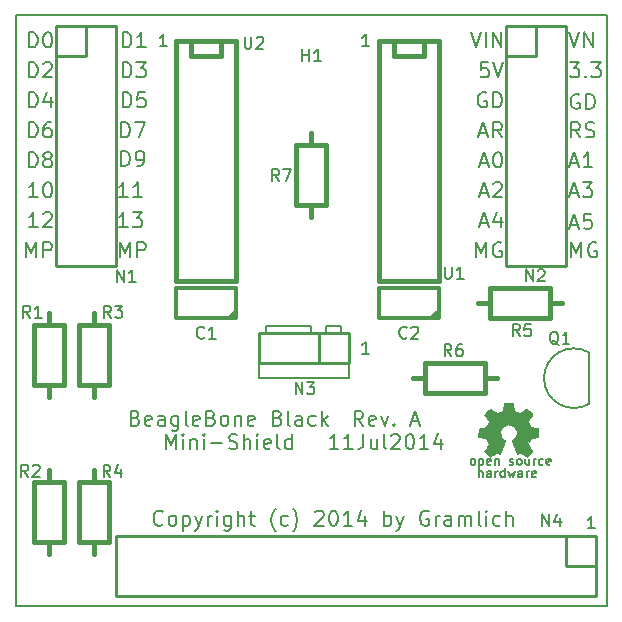
<source format=gto>
%FSLAX34Y34*%
G04 Gerber Fmt 3.4, Leading zero omitted, Abs format*
G04 (created by PCBNEW (2014-jan-25)-product) date Fri 11 Jul 2014 10:49:27 PM PDT*
%MOIN*%
G01*
G70*
G90*
G04 APERTURE LIST*
%ADD10C,0.003937*%
%ADD11C,0.008000*%
%ADD12C,0.006000*%
%ADD13C,0.012000*%
%ADD14C,0.000100*%
%ADD15C,0.010000*%
%ADD16C,0.005906*%
%ADD17C,0.015000*%
G04 APERTURE END LIST*
G54D10*
G54D11*
X35049Y-57618D02*
X35025Y-57642D01*
X34954Y-57666D01*
X34906Y-57666D01*
X34835Y-57642D01*
X34787Y-57594D01*
X34763Y-57547D01*
X34740Y-57451D01*
X34740Y-57380D01*
X34763Y-57285D01*
X34787Y-57237D01*
X34835Y-57190D01*
X34906Y-57166D01*
X34954Y-57166D01*
X35025Y-57190D01*
X35049Y-57213D01*
X35335Y-57666D02*
X35287Y-57642D01*
X35263Y-57618D01*
X35240Y-57570D01*
X35240Y-57428D01*
X35263Y-57380D01*
X35287Y-57356D01*
X35335Y-57332D01*
X35406Y-57332D01*
X35454Y-57356D01*
X35478Y-57380D01*
X35501Y-57428D01*
X35501Y-57570D01*
X35478Y-57618D01*
X35454Y-57642D01*
X35406Y-57666D01*
X35335Y-57666D01*
X35716Y-57332D02*
X35716Y-57832D01*
X35716Y-57356D02*
X35763Y-57332D01*
X35859Y-57332D01*
X35906Y-57356D01*
X35930Y-57380D01*
X35954Y-57428D01*
X35954Y-57570D01*
X35930Y-57618D01*
X35906Y-57642D01*
X35859Y-57666D01*
X35763Y-57666D01*
X35716Y-57642D01*
X36120Y-57332D02*
X36240Y-57666D01*
X36359Y-57332D02*
X36240Y-57666D01*
X36192Y-57785D01*
X36168Y-57809D01*
X36120Y-57832D01*
X36549Y-57666D02*
X36549Y-57332D01*
X36549Y-57428D02*
X36573Y-57380D01*
X36597Y-57356D01*
X36644Y-57332D01*
X36692Y-57332D01*
X36859Y-57666D02*
X36859Y-57332D01*
X36859Y-57166D02*
X36835Y-57190D01*
X36859Y-57213D01*
X36882Y-57190D01*
X36859Y-57166D01*
X36859Y-57213D01*
X37311Y-57332D02*
X37311Y-57737D01*
X37287Y-57785D01*
X37263Y-57809D01*
X37216Y-57832D01*
X37144Y-57832D01*
X37097Y-57809D01*
X37311Y-57642D02*
X37263Y-57666D01*
X37168Y-57666D01*
X37120Y-57642D01*
X37097Y-57618D01*
X37073Y-57570D01*
X37073Y-57428D01*
X37097Y-57380D01*
X37120Y-57356D01*
X37168Y-57332D01*
X37263Y-57332D01*
X37311Y-57356D01*
X37549Y-57666D02*
X37549Y-57166D01*
X37763Y-57666D02*
X37763Y-57404D01*
X37740Y-57356D01*
X37692Y-57332D01*
X37620Y-57332D01*
X37573Y-57356D01*
X37549Y-57380D01*
X37930Y-57332D02*
X38120Y-57332D01*
X38001Y-57166D02*
X38001Y-57594D01*
X38025Y-57642D01*
X38073Y-57666D01*
X38120Y-57666D01*
X38811Y-57856D02*
X38787Y-57832D01*
X38740Y-57761D01*
X38716Y-57713D01*
X38692Y-57642D01*
X38668Y-57523D01*
X38668Y-57428D01*
X38692Y-57309D01*
X38716Y-57237D01*
X38740Y-57190D01*
X38787Y-57118D01*
X38811Y-57094D01*
X39216Y-57642D02*
X39168Y-57666D01*
X39073Y-57666D01*
X39025Y-57642D01*
X39001Y-57618D01*
X38978Y-57570D01*
X38978Y-57428D01*
X39001Y-57380D01*
X39025Y-57356D01*
X39073Y-57332D01*
X39168Y-57332D01*
X39216Y-57356D01*
X39382Y-57856D02*
X39406Y-57832D01*
X39454Y-57761D01*
X39478Y-57713D01*
X39501Y-57642D01*
X39525Y-57523D01*
X39525Y-57428D01*
X39501Y-57309D01*
X39478Y-57237D01*
X39454Y-57190D01*
X39406Y-57118D01*
X39382Y-57094D01*
X40120Y-57213D02*
X40144Y-57190D01*
X40192Y-57166D01*
X40311Y-57166D01*
X40359Y-57190D01*
X40382Y-57213D01*
X40406Y-57261D01*
X40406Y-57309D01*
X40382Y-57380D01*
X40097Y-57666D01*
X40406Y-57666D01*
X40716Y-57166D02*
X40763Y-57166D01*
X40811Y-57190D01*
X40835Y-57213D01*
X40859Y-57261D01*
X40882Y-57356D01*
X40882Y-57475D01*
X40859Y-57570D01*
X40835Y-57618D01*
X40811Y-57642D01*
X40763Y-57666D01*
X40716Y-57666D01*
X40668Y-57642D01*
X40644Y-57618D01*
X40620Y-57570D01*
X40597Y-57475D01*
X40597Y-57356D01*
X40620Y-57261D01*
X40644Y-57213D01*
X40668Y-57190D01*
X40716Y-57166D01*
X41359Y-57666D02*
X41073Y-57666D01*
X41216Y-57666D02*
X41216Y-57166D01*
X41168Y-57237D01*
X41120Y-57285D01*
X41073Y-57309D01*
X41787Y-57332D02*
X41787Y-57666D01*
X41668Y-57142D02*
X41549Y-57499D01*
X41859Y-57499D01*
X42430Y-57666D02*
X42430Y-57166D01*
X42430Y-57356D02*
X42478Y-57332D01*
X42573Y-57332D01*
X42620Y-57356D01*
X42644Y-57380D01*
X42668Y-57428D01*
X42668Y-57570D01*
X42644Y-57618D01*
X42620Y-57642D01*
X42573Y-57666D01*
X42478Y-57666D01*
X42430Y-57642D01*
X42835Y-57332D02*
X42954Y-57666D01*
X43073Y-57332D02*
X42954Y-57666D01*
X42906Y-57785D01*
X42882Y-57809D01*
X42835Y-57832D01*
X43906Y-57190D02*
X43859Y-57166D01*
X43787Y-57166D01*
X43716Y-57190D01*
X43668Y-57237D01*
X43644Y-57285D01*
X43620Y-57380D01*
X43620Y-57451D01*
X43644Y-57547D01*
X43668Y-57594D01*
X43716Y-57642D01*
X43787Y-57666D01*
X43835Y-57666D01*
X43906Y-57642D01*
X43930Y-57618D01*
X43930Y-57451D01*
X43835Y-57451D01*
X44144Y-57666D02*
X44144Y-57332D01*
X44144Y-57428D02*
X44168Y-57380D01*
X44192Y-57356D01*
X44240Y-57332D01*
X44287Y-57332D01*
X44668Y-57666D02*
X44668Y-57404D01*
X44644Y-57356D01*
X44597Y-57332D01*
X44501Y-57332D01*
X44454Y-57356D01*
X44668Y-57642D02*
X44620Y-57666D01*
X44501Y-57666D01*
X44454Y-57642D01*
X44430Y-57594D01*
X44430Y-57547D01*
X44454Y-57499D01*
X44501Y-57475D01*
X44620Y-57475D01*
X44668Y-57451D01*
X44906Y-57666D02*
X44906Y-57332D01*
X44906Y-57380D02*
X44930Y-57356D01*
X44978Y-57332D01*
X45049Y-57332D01*
X45097Y-57356D01*
X45120Y-57404D01*
X45120Y-57666D01*
X45120Y-57404D02*
X45144Y-57356D01*
X45192Y-57332D01*
X45263Y-57332D01*
X45311Y-57356D01*
X45335Y-57404D01*
X45335Y-57666D01*
X45644Y-57666D02*
X45597Y-57642D01*
X45573Y-57594D01*
X45573Y-57166D01*
X45835Y-57666D02*
X45835Y-57332D01*
X45835Y-57166D02*
X45811Y-57190D01*
X45835Y-57213D01*
X45859Y-57190D01*
X45835Y-57166D01*
X45835Y-57213D01*
X46287Y-57642D02*
X46240Y-57666D01*
X46144Y-57666D01*
X46097Y-57642D01*
X46073Y-57618D01*
X46049Y-57570D01*
X46049Y-57428D01*
X46073Y-57380D01*
X46097Y-57356D01*
X46144Y-57332D01*
X46240Y-57332D01*
X46287Y-57356D01*
X46501Y-57666D02*
X46501Y-57166D01*
X46716Y-57666D02*
X46716Y-57404D01*
X46692Y-57356D01*
X46644Y-57332D01*
X46573Y-57332D01*
X46525Y-57356D01*
X46501Y-57380D01*
X41726Y-54336D02*
X41559Y-54098D01*
X41440Y-54336D02*
X41440Y-53836D01*
X41630Y-53836D01*
X41678Y-53860D01*
X41702Y-53883D01*
X41726Y-53931D01*
X41726Y-54002D01*
X41702Y-54050D01*
X41678Y-54074D01*
X41630Y-54098D01*
X41440Y-54098D01*
X42130Y-54312D02*
X42083Y-54336D01*
X41988Y-54336D01*
X41940Y-54312D01*
X41916Y-54264D01*
X41916Y-54074D01*
X41940Y-54026D01*
X41988Y-54002D01*
X42083Y-54002D01*
X42130Y-54026D01*
X42154Y-54074D01*
X42154Y-54121D01*
X41916Y-54169D01*
X42321Y-54002D02*
X42440Y-54336D01*
X42559Y-54002D01*
X42750Y-54288D02*
X42773Y-54312D01*
X42750Y-54336D01*
X42726Y-54312D01*
X42750Y-54288D01*
X42750Y-54336D01*
X43345Y-54193D02*
X43583Y-54193D01*
X43297Y-54336D02*
X43464Y-53836D01*
X43630Y-54336D01*
X40904Y-55116D02*
X40619Y-55116D01*
X40761Y-55116D02*
X40761Y-54616D01*
X40714Y-54687D01*
X40666Y-54735D01*
X40619Y-54759D01*
X41380Y-55116D02*
X41095Y-55116D01*
X41238Y-55116D02*
X41238Y-54616D01*
X41190Y-54687D01*
X41142Y-54735D01*
X41095Y-54759D01*
X41738Y-54616D02*
X41738Y-54973D01*
X41714Y-55044D01*
X41666Y-55092D01*
X41595Y-55116D01*
X41547Y-55116D01*
X42190Y-54782D02*
X42190Y-55116D01*
X41976Y-54782D02*
X41976Y-55044D01*
X42000Y-55092D01*
X42047Y-55116D01*
X42119Y-55116D01*
X42166Y-55092D01*
X42190Y-55068D01*
X42500Y-55116D02*
X42452Y-55092D01*
X42428Y-55044D01*
X42428Y-54616D01*
X42666Y-54663D02*
X42690Y-54640D01*
X42738Y-54616D01*
X42857Y-54616D01*
X42904Y-54640D01*
X42928Y-54663D01*
X42952Y-54711D01*
X42952Y-54759D01*
X42928Y-54830D01*
X42642Y-55116D01*
X42952Y-55116D01*
X43261Y-54616D02*
X43309Y-54616D01*
X43357Y-54640D01*
X43380Y-54663D01*
X43404Y-54711D01*
X43428Y-54806D01*
X43428Y-54925D01*
X43404Y-55020D01*
X43380Y-55068D01*
X43357Y-55092D01*
X43309Y-55116D01*
X43261Y-55116D01*
X43214Y-55092D01*
X43190Y-55068D01*
X43166Y-55020D01*
X43142Y-54925D01*
X43142Y-54806D01*
X43166Y-54711D01*
X43190Y-54663D01*
X43214Y-54640D01*
X43261Y-54616D01*
X43904Y-55116D02*
X43619Y-55116D01*
X43761Y-55116D02*
X43761Y-54616D01*
X43714Y-54687D01*
X43666Y-54735D01*
X43619Y-54759D01*
X44333Y-54782D02*
X44333Y-55116D01*
X44214Y-54592D02*
X44095Y-54949D01*
X44404Y-54949D01*
X35173Y-41680D02*
X34945Y-41680D01*
X35059Y-41680D02*
X35059Y-41280D01*
X35021Y-41338D01*
X34983Y-41376D01*
X34945Y-41395D01*
X41923Y-41680D02*
X41695Y-41680D01*
X41809Y-41680D02*
X41809Y-41280D01*
X41771Y-41338D01*
X41733Y-41376D01*
X41695Y-41395D01*
X41923Y-51930D02*
X41695Y-51930D01*
X41809Y-51930D02*
X41809Y-51530D01*
X41771Y-51588D01*
X41733Y-51626D01*
X41695Y-51645D01*
X49443Y-57750D02*
X49215Y-57750D01*
X49329Y-57750D02*
X49329Y-57350D01*
X49291Y-57408D01*
X49253Y-57446D01*
X49215Y-57465D01*
G54D12*
X45591Y-56045D02*
X45591Y-55745D01*
X45720Y-56045D02*
X45720Y-55888D01*
X45705Y-55860D01*
X45677Y-55845D01*
X45634Y-55845D01*
X45605Y-55860D01*
X45591Y-55874D01*
X45991Y-56045D02*
X45991Y-55888D01*
X45977Y-55860D01*
X45948Y-55845D01*
X45891Y-55845D01*
X45862Y-55860D01*
X45991Y-56031D02*
X45962Y-56045D01*
X45891Y-56045D01*
X45862Y-56031D01*
X45848Y-56002D01*
X45848Y-55974D01*
X45862Y-55945D01*
X45891Y-55931D01*
X45962Y-55931D01*
X45991Y-55917D01*
X46134Y-56045D02*
X46134Y-55845D01*
X46134Y-55902D02*
X46148Y-55874D01*
X46162Y-55860D01*
X46191Y-55845D01*
X46220Y-55845D01*
X46448Y-56045D02*
X46448Y-55745D01*
X46448Y-56031D02*
X46420Y-56045D01*
X46362Y-56045D01*
X46334Y-56031D01*
X46320Y-56017D01*
X46305Y-55988D01*
X46305Y-55902D01*
X46320Y-55874D01*
X46334Y-55860D01*
X46362Y-55845D01*
X46420Y-55845D01*
X46448Y-55860D01*
X46562Y-55845D02*
X46620Y-56045D01*
X46677Y-55902D01*
X46734Y-56045D01*
X46791Y-55845D01*
X47034Y-56045D02*
X47034Y-55888D01*
X47020Y-55860D01*
X46991Y-55845D01*
X46934Y-55845D01*
X46905Y-55860D01*
X47034Y-56031D02*
X47005Y-56045D01*
X46934Y-56045D01*
X46905Y-56031D01*
X46891Y-56002D01*
X46891Y-55974D01*
X46905Y-55945D01*
X46934Y-55931D01*
X47005Y-55931D01*
X47034Y-55917D01*
X47177Y-56045D02*
X47177Y-55845D01*
X47177Y-55902D02*
X47191Y-55874D01*
X47205Y-55860D01*
X47234Y-55845D01*
X47262Y-55845D01*
X47477Y-56031D02*
X47448Y-56045D01*
X47391Y-56045D01*
X47362Y-56031D01*
X47348Y-56002D01*
X47348Y-55888D01*
X47362Y-55860D01*
X47391Y-55845D01*
X47448Y-55845D01*
X47477Y-55860D01*
X47491Y-55888D01*
X47491Y-55917D01*
X47348Y-55945D01*
X45364Y-55635D02*
X45335Y-55621D01*
X45321Y-55607D01*
X45307Y-55578D01*
X45307Y-55492D01*
X45321Y-55464D01*
X45335Y-55450D01*
X45364Y-55435D01*
X45407Y-55435D01*
X45435Y-55450D01*
X45450Y-55464D01*
X45464Y-55492D01*
X45464Y-55578D01*
X45450Y-55607D01*
X45435Y-55621D01*
X45407Y-55635D01*
X45364Y-55635D01*
X45592Y-55435D02*
X45592Y-55735D01*
X45592Y-55450D02*
X45621Y-55435D01*
X45678Y-55435D01*
X45707Y-55450D01*
X45721Y-55464D01*
X45735Y-55492D01*
X45735Y-55578D01*
X45721Y-55607D01*
X45707Y-55621D01*
X45678Y-55635D01*
X45621Y-55635D01*
X45592Y-55621D01*
X45978Y-55621D02*
X45950Y-55635D01*
X45892Y-55635D01*
X45864Y-55621D01*
X45850Y-55592D01*
X45850Y-55478D01*
X45864Y-55450D01*
X45892Y-55435D01*
X45950Y-55435D01*
X45978Y-55450D01*
X45992Y-55478D01*
X45992Y-55507D01*
X45850Y-55535D01*
X46121Y-55435D02*
X46121Y-55635D01*
X46121Y-55464D02*
X46135Y-55450D01*
X46164Y-55435D01*
X46207Y-55435D01*
X46235Y-55450D01*
X46250Y-55478D01*
X46250Y-55635D01*
X46607Y-55621D02*
X46635Y-55635D01*
X46692Y-55635D01*
X46721Y-55621D01*
X46735Y-55592D01*
X46735Y-55578D01*
X46721Y-55550D01*
X46692Y-55535D01*
X46650Y-55535D01*
X46621Y-55521D01*
X46607Y-55492D01*
X46607Y-55478D01*
X46621Y-55450D01*
X46650Y-55435D01*
X46692Y-55435D01*
X46721Y-55450D01*
X46907Y-55635D02*
X46878Y-55621D01*
X46864Y-55607D01*
X46850Y-55578D01*
X46850Y-55492D01*
X46864Y-55464D01*
X46878Y-55450D01*
X46907Y-55435D01*
X46950Y-55435D01*
X46978Y-55450D01*
X46992Y-55464D01*
X47007Y-55492D01*
X47007Y-55578D01*
X46992Y-55607D01*
X46978Y-55621D01*
X46950Y-55635D01*
X46907Y-55635D01*
X47264Y-55435D02*
X47264Y-55635D01*
X47135Y-55435D02*
X47135Y-55592D01*
X47150Y-55621D01*
X47178Y-55635D01*
X47221Y-55635D01*
X47250Y-55621D01*
X47264Y-55607D01*
X47407Y-55635D02*
X47407Y-55435D01*
X47407Y-55492D02*
X47421Y-55464D01*
X47435Y-55450D01*
X47464Y-55435D01*
X47492Y-55435D01*
X47721Y-55621D02*
X47692Y-55635D01*
X47635Y-55635D01*
X47607Y-55621D01*
X47592Y-55607D01*
X47578Y-55578D01*
X47578Y-55492D01*
X47592Y-55464D01*
X47607Y-55450D01*
X47635Y-55435D01*
X47692Y-55435D01*
X47721Y-55450D01*
X47964Y-55621D02*
X47935Y-55635D01*
X47878Y-55635D01*
X47850Y-55621D01*
X47835Y-55592D01*
X47835Y-55478D01*
X47850Y-55450D01*
X47878Y-55435D01*
X47935Y-55435D01*
X47964Y-55450D01*
X47978Y-55478D01*
X47978Y-55507D01*
X47835Y-55535D01*
G54D11*
X34142Y-54074D02*
X34214Y-54098D01*
X34238Y-54121D01*
X34261Y-54169D01*
X34261Y-54240D01*
X34238Y-54288D01*
X34214Y-54312D01*
X34166Y-54336D01*
X33976Y-54336D01*
X33976Y-53836D01*
X34142Y-53836D01*
X34190Y-53860D01*
X34214Y-53883D01*
X34238Y-53931D01*
X34238Y-53979D01*
X34214Y-54026D01*
X34190Y-54050D01*
X34142Y-54074D01*
X33976Y-54074D01*
X34666Y-54312D02*
X34619Y-54336D01*
X34523Y-54336D01*
X34476Y-54312D01*
X34452Y-54264D01*
X34452Y-54074D01*
X34476Y-54026D01*
X34523Y-54002D01*
X34619Y-54002D01*
X34666Y-54026D01*
X34690Y-54074D01*
X34690Y-54121D01*
X34452Y-54169D01*
X35119Y-54336D02*
X35119Y-54074D01*
X35095Y-54026D01*
X35047Y-54002D01*
X34952Y-54002D01*
X34904Y-54026D01*
X35119Y-54312D02*
X35071Y-54336D01*
X34952Y-54336D01*
X34904Y-54312D01*
X34880Y-54264D01*
X34880Y-54217D01*
X34904Y-54169D01*
X34952Y-54145D01*
X35071Y-54145D01*
X35119Y-54121D01*
X35571Y-54002D02*
X35571Y-54407D01*
X35547Y-54455D01*
X35523Y-54479D01*
X35476Y-54502D01*
X35404Y-54502D01*
X35357Y-54479D01*
X35571Y-54312D02*
X35523Y-54336D01*
X35428Y-54336D01*
X35380Y-54312D01*
X35357Y-54288D01*
X35333Y-54240D01*
X35333Y-54098D01*
X35357Y-54050D01*
X35380Y-54026D01*
X35428Y-54002D01*
X35523Y-54002D01*
X35571Y-54026D01*
X35880Y-54336D02*
X35833Y-54312D01*
X35809Y-54264D01*
X35809Y-53836D01*
X36261Y-54312D02*
X36214Y-54336D01*
X36119Y-54336D01*
X36071Y-54312D01*
X36047Y-54264D01*
X36047Y-54074D01*
X36071Y-54026D01*
X36119Y-54002D01*
X36214Y-54002D01*
X36261Y-54026D01*
X36285Y-54074D01*
X36285Y-54121D01*
X36047Y-54169D01*
X36666Y-54074D02*
X36738Y-54098D01*
X36761Y-54121D01*
X36785Y-54169D01*
X36785Y-54240D01*
X36761Y-54288D01*
X36738Y-54312D01*
X36690Y-54336D01*
X36500Y-54336D01*
X36500Y-53836D01*
X36666Y-53836D01*
X36714Y-53860D01*
X36738Y-53883D01*
X36761Y-53931D01*
X36761Y-53979D01*
X36738Y-54026D01*
X36714Y-54050D01*
X36666Y-54074D01*
X36500Y-54074D01*
X37071Y-54336D02*
X37023Y-54312D01*
X37000Y-54288D01*
X36976Y-54240D01*
X36976Y-54098D01*
X37000Y-54050D01*
X37023Y-54026D01*
X37071Y-54002D01*
X37142Y-54002D01*
X37190Y-54026D01*
X37214Y-54050D01*
X37238Y-54098D01*
X37238Y-54240D01*
X37214Y-54288D01*
X37190Y-54312D01*
X37142Y-54336D01*
X37071Y-54336D01*
X37452Y-54002D02*
X37452Y-54336D01*
X37452Y-54050D02*
X37476Y-54026D01*
X37523Y-54002D01*
X37595Y-54002D01*
X37642Y-54026D01*
X37666Y-54074D01*
X37666Y-54336D01*
X38095Y-54312D02*
X38047Y-54336D01*
X37952Y-54336D01*
X37904Y-54312D01*
X37880Y-54264D01*
X37880Y-54074D01*
X37904Y-54026D01*
X37952Y-54002D01*
X38047Y-54002D01*
X38095Y-54026D01*
X38119Y-54074D01*
X38119Y-54121D01*
X37880Y-54169D01*
X38880Y-54074D02*
X38952Y-54098D01*
X38976Y-54121D01*
X39000Y-54169D01*
X39000Y-54240D01*
X38976Y-54288D01*
X38952Y-54312D01*
X38904Y-54336D01*
X38714Y-54336D01*
X38714Y-53836D01*
X38880Y-53836D01*
X38928Y-53860D01*
X38952Y-53883D01*
X38976Y-53931D01*
X38976Y-53979D01*
X38952Y-54026D01*
X38928Y-54050D01*
X38880Y-54074D01*
X38714Y-54074D01*
X39285Y-54336D02*
X39238Y-54312D01*
X39214Y-54264D01*
X39214Y-53836D01*
X39690Y-54336D02*
X39690Y-54074D01*
X39666Y-54026D01*
X39619Y-54002D01*
X39523Y-54002D01*
X39476Y-54026D01*
X39690Y-54312D02*
X39642Y-54336D01*
X39523Y-54336D01*
X39476Y-54312D01*
X39452Y-54264D01*
X39452Y-54217D01*
X39476Y-54169D01*
X39523Y-54145D01*
X39642Y-54145D01*
X39690Y-54121D01*
X40142Y-54312D02*
X40095Y-54336D01*
X40000Y-54336D01*
X39952Y-54312D01*
X39928Y-54288D01*
X39904Y-54240D01*
X39904Y-54098D01*
X39928Y-54050D01*
X39952Y-54026D01*
X40000Y-54002D01*
X40095Y-54002D01*
X40142Y-54026D01*
X40357Y-54336D02*
X40357Y-53836D01*
X40404Y-54145D02*
X40547Y-54336D01*
X40547Y-54002D02*
X40357Y-54193D01*
X35154Y-55116D02*
X35154Y-54616D01*
X35321Y-54973D01*
X35488Y-54616D01*
X35488Y-55116D01*
X35726Y-55116D02*
X35726Y-54782D01*
X35726Y-54616D02*
X35702Y-54640D01*
X35726Y-54663D01*
X35750Y-54640D01*
X35726Y-54616D01*
X35726Y-54663D01*
X35964Y-54782D02*
X35964Y-55116D01*
X35964Y-54830D02*
X35988Y-54806D01*
X36035Y-54782D01*
X36107Y-54782D01*
X36154Y-54806D01*
X36178Y-54854D01*
X36178Y-55116D01*
X36416Y-55116D02*
X36416Y-54782D01*
X36416Y-54616D02*
X36392Y-54640D01*
X36416Y-54663D01*
X36440Y-54640D01*
X36416Y-54616D01*
X36416Y-54663D01*
X36654Y-54925D02*
X37035Y-54925D01*
X37250Y-55092D02*
X37321Y-55116D01*
X37440Y-55116D01*
X37488Y-55092D01*
X37511Y-55068D01*
X37535Y-55020D01*
X37535Y-54973D01*
X37511Y-54925D01*
X37488Y-54901D01*
X37440Y-54878D01*
X37345Y-54854D01*
X37297Y-54830D01*
X37273Y-54806D01*
X37250Y-54759D01*
X37250Y-54711D01*
X37273Y-54663D01*
X37297Y-54640D01*
X37345Y-54616D01*
X37464Y-54616D01*
X37535Y-54640D01*
X37750Y-55116D02*
X37750Y-54616D01*
X37964Y-55116D02*
X37964Y-54854D01*
X37940Y-54806D01*
X37892Y-54782D01*
X37821Y-54782D01*
X37773Y-54806D01*
X37750Y-54830D01*
X38202Y-55116D02*
X38202Y-54782D01*
X38202Y-54616D02*
X38178Y-54640D01*
X38202Y-54663D01*
X38226Y-54640D01*
X38202Y-54616D01*
X38202Y-54663D01*
X38630Y-55092D02*
X38583Y-55116D01*
X38488Y-55116D01*
X38440Y-55092D01*
X38416Y-55044D01*
X38416Y-54854D01*
X38440Y-54806D01*
X38488Y-54782D01*
X38583Y-54782D01*
X38630Y-54806D01*
X38654Y-54854D01*
X38654Y-54901D01*
X38416Y-54949D01*
X38940Y-55116D02*
X38892Y-55092D01*
X38869Y-55044D01*
X38869Y-54616D01*
X39345Y-55116D02*
X39345Y-54616D01*
X39345Y-55092D02*
X39297Y-55116D01*
X39202Y-55116D01*
X39154Y-55092D01*
X39130Y-55068D01*
X39107Y-55020D01*
X39107Y-54878D01*
X39130Y-54830D01*
X39154Y-54806D01*
X39202Y-54782D01*
X39297Y-54782D01*
X39345Y-54806D01*
X48645Y-47633D02*
X48883Y-47633D01*
X48597Y-47776D02*
X48764Y-47276D01*
X48930Y-47776D01*
X49335Y-47276D02*
X49097Y-47276D01*
X49073Y-47514D01*
X49097Y-47490D01*
X49145Y-47466D01*
X49264Y-47466D01*
X49311Y-47490D01*
X49335Y-47514D01*
X49359Y-47561D01*
X49359Y-47680D01*
X49335Y-47728D01*
X49311Y-47752D01*
X49264Y-47776D01*
X49145Y-47776D01*
X49097Y-47752D01*
X49073Y-47728D01*
X48645Y-46583D02*
X48883Y-46583D01*
X48597Y-46726D02*
X48764Y-46226D01*
X48930Y-46726D01*
X49050Y-46226D02*
X49359Y-46226D01*
X49192Y-46416D01*
X49264Y-46416D01*
X49311Y-46440D01*
X49335Y-46464D01*
X49359Y-46511D01*
X49359Y-46630D01*
X49335Y-46678D01*
X49311Y-46702D01*
X49264Y-46726D01*
X49121Y-46726D01*
X49073Y-46702D01*
X49050Y-46678D01*
X48645Y-45583D02*
X48883Y-45583D01*
X48597Y-45726D02*
X48764Y-45226D01*
X48930Y-45726D01*
X49359Y-45726D02*
X49073Y-45726D01*
X49216Y-45726D02*
X49216Y-45226D01*
X49169Y-45297D01*
X49121Y-45345D01*
X49073Y-45369D01*
X48954Y-44726D02*
X48788Y-44488D01*
X48669Y-44726D02*
X48669Y-44226D01*
X48859Y-44226D01*
X48907Y-44250D01*
X48930Y-44273D01*
X48954Y-44321D01*
X48954Y-44392D01*
X48930Y-44440D01*
X48907Y-44464D01*
X48859Y-44488D01*
X48669Y-44488D01*
X49145Y-44702D02*
X49216Y-44726D01*
X49335Y-44726D01*
X49383Y-44702D01*
X49407Y-44678D01*
X49430Y-44630D01*
X49430Y-44583D01*
X49407Y-44535D01*
X49383Y-44511D01*
X49335Y-44488D01*
X49240Y-44464D01*
X49192Y-44440D01*
X49169Y-44416D01*
X49145Y-44369D01*
X49145Y-44321D01*
X49169Y-44273D01*
X49192Y-44250D01*
X49240Y-44226D01*
X49359Y-44226D01*
X49430Y-44250D01*
X48930Y-43300D02*
X48883Y-43276D01*
X48811Y-43276D01*
X48740Y-43300D01*
X48692Y-43347D01*
X48669Y-43395D01*
X48645Y-43490D01*
X48645Y-43561D01*
X48669Y-43657D01*
X48692Y-43704D01*
X48740Y-43752D01*
X48811Y-43776D01*
X48859Y-43776D01*
X48930Y-43752D01*
X48954Y-43728D01*
X48954Y-43561D01*
X48859Y-43561D01*
X49169Y-43776D02*
X49169Y-43276D01*
X49288Y-43276D01*
X49359Y-43300D01*
X49407Y-43347D01*
X49430Y-43395D01*
X49454Y-43490D01*
X49454Y-43561D01*
X49430Y-43657D01*
X49407Y-43704D01*
X49359Y-43752D01*
X49288Y-43776D01*
X49169Y-43776D01*
X48621Y-42226D02*
X48930Y-42226D01*
X48764Y-42416D01*
X48835Y-42416D01*
X48883Y-42440D01*
X48907Y-42464D01*
X48930Y-42511D01*
X48930Y-42630D01*
X48907Y-42678D01*
X48883Y-42702D01*
X48835Y-42726D01*
X48692Y-42726D01*
X48645Y-42702D01*
X48621Y-42678D01*
X49145Y-42678D02*
X49169Y-42702D01*
X49145Y-42726D01*
X49121Y-42702D01*
X49145Y-42678D01*
X49145Y-42726D01*
X49335Y-42226D02*
X49645Y-42226D01*
X49478Y-42416D01*
X49550Y-42416D01*
X49597Y-42440D01*
X49621Y-42464D01*
X49645Y-42511D01*
X49645Y-42630D01*
X49621Y-42678D01*
X49597Y-42702D01*
X49550Y-42726D01*
X49407Y-42726D01*
X49359Y-42702D01*
X49335Y-42678D01*
X48597Y-41226D02*
X48764Y-41726D01*
X48930Y-41226D01*
X49097Y-41726D02*
X49097Y-41226D01*
X49383Y-41726D01*
X49383Y-41226D01*
X48669Y-48726D02*
X48669Y-48226D01*
X48835Y-48583D01*
X49002Y-48226D01*
X49002Y-48726D01*
X49502Y-48250D02*
X49454Y-48226D01*
X49383Y-48226D01*
X49311Y-48250D01*
X49264Y-48297D01*
X49240Y-48345D01*
X49216Y-48440D01*
X49216Y-48511D01*
X49240Y-48607D01*
X49264Y-48654D01*
X49311Y-48702D01*
X49383Y-48726D01*
X49430Y-48726D01*
X49502Y-48702D01*
X49526Y-48678D01*
X49526Y-48511D01*
X49430Y-48511D01*
X33619Y-48726D02*
X33619Y-48226D01*
X33785Y-48583D01*
X33952Y-48226D01*
X33952Y-48726D01*
X34190Y-48726D02*
X34190Y-48226D01*
X34380Y-48226D01*
X34428Y-48250D01*
X34452Y-48273D01*
X34476Y-48321D01*
X34476Y-48392D01*
X34452Y-48440D01*
X34428Y-48464D01*
X34380Y-48488D01*
X34190Y-48488D01*
X33880Y-47726D02*
X33595Y-47726D01*
X33738Y-47726D02*
X33738Y-47226D01*
X33690Y-47297D01*
X33642Y-47345D01*
X33595Y-47369D01*
X34047Y-47226D02*
X34357Y-47226D01*
X34190Y-47416D01*
X34261Y-47416D01*
X34309Y-47440D01*
X34333Y-47464D01*
X34357Y-47511D01*
X34357Y-47630D01*
X34333Y-47678D01*
X34309Y-47702D01*
X34261Y-47726D01*
X34119Y-47726D01*
X34071Y-47702D01*
X34047Y-47678D01*
X33880Y-46726D02*
X33595Y-46726D01*
X33738Y-46726D02*
X33738Y-46226D01*
X33690Y-46297D01*
X33642Y-46345D01*
X33595Y-46369D01*
X34357Y-46726D02*
X34071Y-46726D01*
X34214Y-46726D02*
X34214Y-46226D01*
X34166Y-46297D01*
X34119Y-46345D01*
X34071Y-46369D01*
X33669Y-45676D02*
X33669Y-45176D01*
X33788Y-45176D01*
X33859Y-45200D01*
X33907Y-45247D01*
X33930Y-45295D01*
X33954Y-45390D01*
X33954Y-45461D01*
X33930Y-45557D01*
X33907Y-45604D01*
X33859Y-45652D01*
X33788Y-45676D01*
X33669Y-45676D01*
X34192Y-45676D02*
X34288Y-45676D01*
X34335Y-45652D01*
X34359Y-45628D01*
X34407Y-45557D01*
X34430Y-45461D01*
X34430Y-45271D01*
X34407Y-45223D01*
X34383Y-45200D01*
X34335Y-45176D01*
X34240Y-45176D01*
X34192Y-45200D01*
X34169Y-45223D01*
X34145Y-45271D01*
X34145Y-45390D01*
X34169Y-45438D01*
X34192Y-45461D01*
X34240Y-45485D01*
X34335Y-45485D01*
X34383Y-45461D01*
X34407Y-45438D01*
X34430Y-45390D01*
X33669Y-44726D02*
X33669Y-44226D01*
X33788Y-44226D01*
X33859Y-44250D01*
X33907Y-44297D01*
X33930Y-44345D01*
X33954Y-44440D01*
X33954Y-44511D01*
X33930Y-44607D01*
X33907Y-44654D01*
X33859Y-44702D01*
X33788Y-44726D01*
X33669Y-44726D01*
X34121Y-44226D02*
X34454Y-44226D01*
X34240Y-44726D01*
X33719Y-43726D02*
X33719Y-43226D01*
X33838Y-43226D01*
X33909Y-43250D01*
X33957Y-43297D01*
X33980Y-43345D01*
X34004Y-43440D01*
X34004Y-43511D01*
X33980Y-43607D01*
X33957Y-43654D01*
X33909Y-43702D01*
X33838Y-43726D01*
X33719Y-43726D01*
X34457Y-43226D02*
X34219Y-43226D01*
X34195Y-43464D01*
X34219Y-43440D01*
X34266Y-43416D01*
X34385Y-43416D01*
X34433Y-43440D01*
X34457Y-43464D01*
X34480Y-43511D01*
X34480Y-43630D01*
X34457Y-43678D01*
X34433Y-43702D01*
X34385Y-43726D01*
X34266Y-43726D01*
X34219Y-43702D01*
X34195Y-43678D01*
X33719Y-42726D02*
X33719Y-42226D01*
X33838Y-42226D01*
X33909Y-42250D01*
X33957Y-42297D01*
X33980Y-42345D01*
X34004Y-42440D01*
X34004Y-42511D01*
X33980Y-42607D01*
X33957Y-42654D01*
X33909Y-42702D01*
X33838Y-42726D01*
X33719Y-42726D01*
X34171Y-42226D02*
X34480Y-42226D01*
X34314Y-42416D01*
X34385Y-42416D01*
X34433Y-42440D01*
X34457Y-42464D01*
X34480Y-42511D01*
X34480Y-42630D01*
X34457Y-42678D01*
X34433Y-42702D01*
X34385Y-42726D01*
X34242Y-42726D01*
X34195Y-42702D01*
X34171Y-42678D01*
X33719Y-41726D02*
X33719Y-41226D01*
X33838Y-41226D01*
X33909Y-41250D01*
X33957Y-41297D01*
X33980Y-41345D01*
X34004Y-41440D01*
X34004Y-41511D01*
X33980Y-41607D01*
X33957Y-41654D01*
X33909Y-41702D01*
X33838Y-41726D01*
X33719Y-41726D01*
X34480Y-41726D02*
X34195Y-41726D01*
X34338Y-41726D02*
X34338Y-41226D01*
X34290Y-41297D01*
X34242Y-41345D01*
X34195Y-41369D01*
X45497Y-48726D02*
X45497Y-48226D01*
X45664Y-48583D01*
X45830Y-48226D01*
X45830Y-48726D01*
X46330Y-48250D02*
X46283Y-48226D01*
X46211Y-48226D01*
X46140Y-48250D01*
X46092Y-48297D01*
X46069Y-48345D01*
X46045Y-48440D01*
X46045Y-48511D01*
X46069Y-48607D01*
X46092Y-48654D01*
X46140Y-48702D01*
X46211Y-48726D01*
X46259Y-48726D01*
X46330Y-48702D01*
X46354Y-48678D01*
X46354Y-48511D01*
X46259Y-48511D01*
X45640Y-47583D02*
X45878Y-47583D01*
X45592Y-47726D02*
X45759Y-47226D01*
X45926Y-47726D01*
X46307Y-47392D02*
X46307Y-47726D01*
X46188Y-47202D02*
X46069Y-47559D01*
X46378Y-47559D01*
X45640Y-46583D02*
X45878Y-46583D01*
X45592Y-46726D02*
X45759Y-46226D01*
X45926Y-46726D01*
X46069Y-46273D02*
X46092Y-46250D01*
X46140Y-46226D01*
X46259Y-46226D01*
X46307Y-46250D01*
X46330Y-46273D01*
X46354Y-46321D01*
X46354Y-46369D01*
X46330Y-46440D01*
X46045Y-46726D01*
X46354Y-46726D01*
X45640Y-45583D02*
X45878Y-45583D01*
X45592Y-45726D02*
X45759Y-45226D01*
X45926Y-45726D01*
X46188Y-45226D02*
X46235Y-45226D01*
X46283Y-45250D01*
X46307Y-45273D01*
X46330Y-45321D01*
X46354Y-45416D01*
X46354Y-45535D01*
X46330Y-45630D01*
X46307Y-45678D01*
X46283Y-45702D01*
X46235Y-45726D01*
X46188Y-45726D01*
X46140Y-45702D01*
X46116Y-45678D01*
X46092Y-45630D01*
X46069Y-45535D01*
X46069Y-45416D01*
X46092Y-45321D01*
X46116Y-45273D01*
X46140Y-45250D01*
X46188Y-45226D01*
X45616Y-44583D02*
X45854Y-44583D01*
X45569Y-44726D02*
X45735Y-44226D01*
X45902Y-44726D01*
X46354Y-44726D02*
X46188Y-44488D01*
X46069Y-44726D02*
X46069Y-44226D01*
X46259Y-44226D01*
X46307Y-44250D01*
X46330Y-44273D01*
X46354Y-44321D01*
X46354Y-44392D01*
X46330Y-44440D01*
X46307Y-44464D01*
X46259Y-44488D01*
X46069Y-44488D01*
X45830Y-43250D02*
X45783Y-43226D01*
X45711Y-43226D01*
X45640Y-43250D01*
X45592Y-43297D01*
X45569Y-43345D01*
X45545Y-43440D01*
X45545Y-43511D01*
X45569Y-43607D01*
X45592Y-43654D01*
X45640Y-43702D01*
X45711Y-43726D01*
X45759Y-43726D01*
X45830Y-43702D01*
X45854Y-43678D01*
X45854Y-43511D01*
X45759Y-43511D01*
X46069Y-43726D02*
X46069Y-43226D01*
X46188Y-43226D01*
X46259Y-43250D01*
X46307Y-43297D01*
X46330Y-43345D01*
X46354Y-43440D01*
X46354Y-43511D01*
X46330Y-43607D01*
X46307Y-43654D01*
X46259Y-43702D01*
X46188Y-43726D01*
X46069Y-43726D01*
X45902Y-42226D02*
X45664Y-42226D01*
X45640Y-42464D01*
X45664Y-42440D01*
X45711Y-42416D01*
X45830Y-42416D01*
X45878Y-42440D01*
X45902Y-42464D01*
X45926Y-42511D01*
X45926Y-42630D01*
X45902Y-42678D01*
X45878Y-42702D01*
X45830Y-42726D01*
X45711Y-42726D01*
X45664Y-42702D01*
X45640Y-42678D01*
X46069Y-42226D02*
X46235Y-42726D01*
X46402Y-42226D01*
X45307Y-41226D02*
X45473Y-41726D01*
X45640Y-41226D01*
X45807Y-41726D02*
X45807Y-41226D01*
X46045Y-41726D02*
X46045Y-41226D01*
X46330Y-41726D01*
X46330Y-41226D01*
X30497Y-48726D02*
X30497Y-48226D01*
X30664Y-48583D01*
X30830Y-48226D01*
X30830Y-48726D01*
X31069Y-48726D02*
X31069Y-48226D01*
X31259Y-48226D01*
X31307Y-48250D01*
X31330Y-48273D01*
X31354Y-48321D01*
X31354Y-48392D01*
X31330Y-48440D01*
X31307Y-48464D01*
X31259Y-48488D01*
X31069Y-48488D01*
X30878Y-47726D02*
X30592Y-47726D01*
X30735Y-47726D02*
X30735Y-47226D01*
X30688Y-47297D01*
X30640Y-47345D01*
X30592Y-47369D01*
X31069Y-47273D02*
X31092Y-47250D01*
X31140Y-47226D01*
X31259Y-47226D01*
X31307Y-47250D01*
X31330Y-47273D01*
X31354Y-47321D01*
X31354Y-47369D01*
X31330Y-47440D01*
X31045Y-47726D01*
X31354Y-47726D01*
X30878Y-46726D02*
X30592Y-46726D01*
X30735Y-46726D02*
X30735Y-46226D01*
X30688Y-46297D01*
X30640Y-46345D01*
X30592Y-46369D01*
X31188Y-46226D02*
X31235Y-46226D01*
X31283Y-46250D01*
X31307Y-46273D01*
X31330Y-46321D01*
X31354Y-46416D01*
X31354Y-46535D01*
X31330Y-46630D01*
X31307Y-46678D01*
X31283Y-46702D01*
X31235Y-46726D01*
X31188Y-46726D01*
X31140Y-46702D01*
X31116Y-46678D01*
X31092Y-46630D01*
X31069Y-46535D01*
X31069Y-46416D01*
X31092Y-46321D01*
X31116Y-46273D01*
X31140Y-46250D01*
X31188Y-46226D01*
X30592Y-45726D02*
X30592Y-45226D01*
X30711Y-45226D01*
X30783Y-45250D01*
X30830Y-45297D01*
X30854Y-45345D01*
X30878Y-45440D01*
X30878Y-45511D01*
X30854Y-45607D01*
X30830Y-45654D01*
X30783Y-45702D01*
X30711Y-45726D01*
X30592Y-45726D01*
X31164Y-45440D02*
X31116Y-45416D01*
X31092Y-45392D01*
X31069Y-45345D01*
X31069Y-45321D01*
X31092Y-45273D01*
X31116Y-45250D01*
X31164Y-45226D01*
X31259Y-45226D01*
X31307Y-45250D01*
X31330Y-45273D01*
X31354Y-45321D01*
X31354Y-45345D01*
X31330Y-45392D01*
X31307Y-45416D01*
X31259Y-45440D01*
X31164Y-45440D01*
X31116Y-45464D01*
X31092Y-45488D01*
X31069Y-45535D01*
X31069Y-45630D01*
X31092Y-45678D01*
X31116Y-45702D01*
X31164Y-45726D01*
X31259Y-45726D01*
X31307Y-45702D01*
X31330Y-45678D01*
X31354Y-45630D01*
X31354Y-45535D01*
X31330Y-45488D01*
X31307Y-45464D01*
X31259Y-45440D01*
X30592Y-44726D02*
X30592Y-44226D01*
X30711Y-44226D01*
X30783Y-44250D01*
X30830Y-44297D01*
X30854Y-44345D01*
X30878Y-44440D01*
X30878Y-44511D01*
X30854Y-44607D01*
X30830Y-44654D01*
X30783Y-44702D01*
X30711Y-44726D01*
X30592Y-44726D01*
X31307Y-44226D02*
X31211Y-44226D01*
X31164Y-44250D01*
X31140Y-44273D01*
X31092Y-44345D01*
X31069Y-44440D01*
X31069Y-44630D01*
X31092Y-44678D01*
X31116Y-44702D01*
X31164Y-44726D01*
X31259Y-44726D01*
X31307Y-44702D01*
X31330Y-44678D01*
X31354Y-44630D01*
X31354Y-44511D01*
X31330Y-44464D01*
X31307Y-44440D01*
X31259Y-44416D01*
X31164Y-44416D01*
X31116Y-44440D01*
X31092Y-44464D01*
X31069Y-44511D01*
X30592Y-43726D02*
X30592Y-43226D01*
X30711Y-43226D01*
X30783Y-43250D01*
X30830Y-43297D01*
X30854Y-43345D01*
X30878Y-43440D01*
X30878Y-43511D01*
X30854Y-43607D01*
X30830Y-43654D01*
X30783Y-43702D01*
X30711Y-43726D01*
X30592Y-43726D01*
X31307Y-43392D02*
X31307Y-43726D01*
X31188Y-43202D02*
X31069Y-43559D01*
X31378Y-43559D01*
X30592Y-42726D02*
X30592Y-42226D01*
X30711Y-42226D01*
X30783Y-42250D01*
X30830Y-42297D01*
X30854Y-42345D01*
X30878Y-42440D01*
X30878Y-42511D01*
X30854Y-42607D01*
X30830Y-42654D01*
X30783Y-42702D01*
X30711Y-42726D01*
X30592Y-42726D01*
X31069Y-42273D02*
X31092Y-42250D01*
X31140Y-42226D01*
X31259Y-42226D01*
X31307Y-42250D01*
X31330Y-42273D01*
X31354Y-42321D01*
X31354Y-42369D01*
X31330Y-42440D01*
X31045Y-42726D01*
X31354Y-42726D01*
X30592Y-41726D02*
X30592Y-41226D01*
X30711Y-41226D01*
X30783Y-41250D01*
X30830Y-41297D01*
X30854Y-41345D01*
X30878Y-41440D01*
X30878Y-41511D01*
X30854Y-41607D01*
X30830Y-41654D01*
X30783Y-41702D01*
X30711Y-41726D01*
X30592Y-41726D01*
X31188Y-41226D02*
X31235Y-41226D01*
X31283Y-41250D01*
X31307Y-41273D01*
X31330Y-41321D01*
X31354Y-41416D01*
X31354Y-41535D01*
X31330Y-41630D01*
X31307Y-41678D01*
X31283Y-41702D01*
X31235Y-41726D01*
X31188Y-41726D01*
X31140Y-41702D01*
X31116Y-41678D01*
X31092Y-41630D01*
X31069Y-41535D01*
X31069Y-41416D01*
X31092Y-41321D01*
X31116Y-41273D01*
X31140Y-41250D01*
X31188Y-41226D01*
X49842Y-40657D02*
X49842Y-60342D01*
X49842Y-60342D02*
X30157Y-60342D01*
X30157Y-40657D02*
X30157Y-60342D01*
X30157Y-40657D02*
X49842Y-40657D01*
G54D13*
X37480Y-50750D02*
X35500Y-50750D01*
X35500Y-50750D02*
X35500Y-49750D01*
X35500Y-49750D02*
X37500Y-49750D01*
X37500Y-49750D02*
X37500Y-50750D01*
X37500Y-50500D02*
X37250Y-50750D01*
X44230Y-50750D02*
X42250Y-50750D01*
X42250Y-50750D02*
X42250Y-49750D01*
X42250Y-49750D02*
X44250Y-49750D01*
X44250Y-49750D02*
X44250Y-50750D01*
X44250Y-50500D02*
X44000Y-50750D01*
G54D14*
G36*
X45964Y-55363D02*
X45975Y-55358D01*
X45998Y-55343D01*
X46031Y-55321D01*
X46071Y-55294D01*
X46110Y-55268D01*
X46143Y-55246D01*
X46166Y-55231D01*
X46175Y-55226D01*
X46180Y-55228D01*
X46199Y-55237D01*
X46227Y-55251D01*
X46242Y-55259D01*
X46268Y-55270D01*
X46280Y-55272D01*
X46282Y-55269D01*
X46291Y-55250D01*
X46306Y-55217D01*
X46325Y-55174D01*
X46346Y-55123D01*
X46369Y-55068D01*
X46393Y-55012D01*
X46415Y-54959D01*
X46434Y-54911D01*
X46450Y-54872D01*
X46460Y-54845D01*
X46464Y-54833D01*
X46463Y-54831D01*
X46450Y-54819D01*
X46428Y-54802D01*
X46381Y-54764D01*
X46334Y-54706D01*
X46306Y-54639D01*
X46297Y-54566D01*
X46305Y-54498D01*
X46331Y-54433D01*
X46377Y-54374D01*
X46433Y-54330D01*
X46497Y-54302D01*
X46570Y-54293D01*
X46639Y-54301D01*
X46706Y-54327D01*
X46765Y-54372D01*
X46790Y-54401D01*
X46825Y-54461D01*
X46844Y-54524D01*
X46846Y-54541D01*
X46843Y-54611D01*
X46823Y-54678D01*
X46785Y-54738D01*
X46734Y-54788D01*
X46728Y-54792D01*
X46704Y-54810D01*
X46688Y-54822D01*
X46675Y-54833D01*
X46765Y-55048D01*
X46779Y-55082D01*
X46803Y-55141D01*
X46825Y-55192D01*
X46842Y-55232D01*
X46854Y-55259D01*
X46859Y-55270D01*
X46860Y-55270D01*
X46868Y-55272D01*
X46884Y-55266D01*
X46914Y-55251D01*
X46934Y-55241D01*
X46957Y-55230D01*
X46967Y-55226D01*
X46976Y-55231D01*
X46998Y-55245D01*
X47030Y-55266D01*
X47069Y-55292D01*
X47105Y-55317D01*
X47139Y-55340D01*
X47164Y-55355D01*
X47175Y-55362D01*
X47177Y-55362D01*
X47188Y-55356D01*
X47207Y-55340D01*
X47237Y-55312D01*
X47278Y-55271D01*
X47284Y-55265D01*
X47318Y-55230D01*
X47346Y-55201D01*
X47365Y-55180D01*
X47371Y-55171D01*
X47371Y-55171D01*
X47365Y-55159D01*
X47350Y-55135D01*
X47327Y-55100D01*
X47300Y-55060D01*
X47229Y-54957D01*
X47268Y-54859D01*
X47280Y-54829D01*
X47295Y-54793D01*
X47307Y-54767D01*
X47313Y-54756D01*
X47323Y-54752D01*
X47350Y-54745D01*
X47389Y-54737D01*
X47435Y-54729D01*
X47479Y-54721D01*
X47519Y-54713D01*
X47548Y-54708D01*
X47561Y-54705D01*
X47564Y-54703D01*
X47566Y-54697D01*
X47568Y-54683D01*
X47569Y-54659D01*
X47569Y-54621D01*
X47569Y-54566D01*
X47569Y-54560D01*
X47569Y-54507D01*
X47568Y-54465D01*
X47567Y-54439D01*
X47565Y-54428D01*
X47565Y-54428D01*
X47552Y-54425D01*
X47524Y-54419D01*
X47484Y-54411D01*
X47437Y-54402D01*
X47434Y-54401D01*
X47387Y-54392D01*
X47347Y-54384D01*
X47319Y-54377D01*
X47307Y-54374D01*
X47305Y-54370D01*
X47295Y-54352D01*
X47282Y-54323D01*
X47266Y-54287D01*
X47251Y-54250D01*
X47237Y-54216D01*
X47228Y-54191D01*
X47226Y-54180D01*
X47226Y-54180D01*
X47233Y-54168D01*
X47249Y-54144D01*
X47272Y-54110D01*
X47300Y-54070D01*
X47302Y-54067D01*
X47329Y-54027D01*
X47351Y-53993D01*
X47366Y-53969D01*
X47371Y-53958D01*
X47371Y-53957D01*
X47362Y-53945D01*
X47342Y-53923D01*
X47313Y-53892D01*
X47278Y-53857D01*
X47267Y-53846D01*
X47228Y-53808D01*
X47201Y-53783D01*
X47184Y-53770D01*
X47176Y-53767D01*
X47176Y-53767D01*
X47164Y-53774D01*
X47138Y-53791D01*
X47104Y-53814D01*
X47064Y-53842D01*
X47061Y-53844D01*
X47021Y-53871D01*
X46987Y-53893D01*
X46964Y-53909D01*
X46953Y-53915D01*
X46952Y-53915D01*
X46935Y-53910D01*
X46907Y-53900D01*
X46872Y-53887D01*
X46835Y-53872D01*
X46801Y-53858D01*
X46776Y-53846D01*
X46764Y-53840D01*
X46764Y-53839D01*
X46760Y-53825D01*
X46753Y-53795D01*
X46744Y-53754D01*
X46735Y-53705D01*
X46734Y-53697D01*
X46725Y-53649D01*
X46717Y-53610D01*
X46711Y-53583D01*
X46709Y-53571D01*
X46702Y-53570D01*
X46678Y-53568D01*
X46643Y-53567D01*
X46600Y-53567D01*
X46555Y-53567D01*
X46511Y-53568D01*
X46473Y-53569D01*
X46446Y-53571D01*
X46435Y-53573D01*
X46435Y-53574D01*
X46430Y-53589D01*
X46424Y-53619D01*
X46415Y-53660D01*
X46406Y-53709D01*
X46404Y-53718D01*
X46395Y-53765D01*
X46387Y-53804D01*
X46382Y-53831D01*
X46379Y-53842D01*
X46374Y-53844D01*
X46355Y-53853D01*
X46323Y-53866D01*
X46283Y-53882D01*
X46192Y-53919D01*
X46080Y-53842D01*
X46069Y-53835D01*
X46029Y-53807D01*
X45996Y-53785D01*
X45973Y-53770D01*
X45963Y-53765D01*
X45962Y-53765D01*
X45951Y-53775D01*
X45929Y-53796D01*
X45899Y-53826D01*
X45863Y-53861D01*
X45837Y-53887D01*
X45806Y-53918D01*
X45787Y-53940D01*
X45776Y-53953D01*
X45772Y-53961D01*
X45773Y-53967D01*
X45780Y-53978D01*
X45797Y-54003D01*
X45820Y-54037D01*
X45847Y-54077D01*
X45870Y-54110D01*
X45894Y-54148D01*
X45910Y-54175D01*
X45915Y-54188D01*
X45914Y-54193D01*
X45906Y-54215D01*
X45893Y-54248D01*
X45876Y-54288D01*
X45837Y-54377D01*
X45779Y-54388D01*
X45743Y-54395D01*
X45694Y-54404D01*
X45647Y-54413D01*
X45573Y-54428D01*
X45570Y-54698D01*
X45582Y-54703D01*
X45593Y-54706D01*
X45620Y-54712D01*
X45659Y-54720D01*
X45705Y-54728D01*
X45744Y-54736D01*
X45784Y-54743D01*
X45812Y-54749D01*
X45825Y-54751D01*
X45828Y-54756D01*
X45838Y-54775D01*
X45852Y-54805D01*
X45868Y-54842D01*
X45883Y-54880D01*
X45897Y-54915D01*
X45907Y-54941D01*
X45911Y-54955D01*
X45905Y-54966D01*
X45890Y-54989D01*
X45868Y-55022D01*
X45842Y-55061D01*
X45815Y-55100D01*
X45792Y-55134D01*
X45776Y-55158D01*
X45770Y-55169D01*
X45773Y-55177D01*
X45789Y-55196D01*
X45818Y-55226D01*
X45862Y-55270D01*
X45870Y-55277D01*
X45905Y-55311D01*
X45934Y-55338D01*
X45955Y-55356D01*
X45964Y-55363D01*
X45964Y-55363D01*
G37*
X45964Y-55363D02*
X45975Y-55358D01*
X45998Y-55343D01*
X46031Y-55321D01*
X46071Y-55294D01*
X46110Y-55268D01*
X46143Y-55246D01*
X46166Y-55231D01*
X46175Y-55226D01*
X46180Y-55228D01*
X46199Y-55237D01*
X46227Y-55251D01*
X46242Y-55259D01*
X46268Y-55270D01*
X46280Y-55272D01*
X46282Y-55269D01*
X46291Y-55250D01*
X46306Y-55217D01*
X46325Y-55174D01*
X46346Y-55123D01*
X46369Y-55068D01*
X46393Y-55012D01*
X46415Y-54959D01*
X46434Y-54911D01*
X46450Y-54872D01*
X46460Y-54845D01*
X46464Y-54833D01*
X46463Y-54831D01*
X46450Y-54819D01*
X46428Y-54802D01*
X46381Y-54764D01*
X46334Y-54706D01*
X46306Y-54639D01*
X46297Y-54566D01*
X46305Y-54498D01*
X46331Y-54433D01*
X46377Y-54374D01*
X46433Y-54330D01*
X46497Y-54302D01*
X46570Y-54293D01*
X46639Y-54301D01*
X46706Y-54327D01*
X46765Y-54372D01*
X46790Y-54401D01*
X46825Y-54461D01*
X46844Y-54524D01*
X46846Y-54541D01*
X46843Y-54611D01*
X46823Y-54678D01*
X46785Y-54738D01*
X46734Y-54788D01*
X46728Y-54792D01*
X46704Y-54810D01*
X46688Y-54822D01*
X46675Y-54833D01*
X46765Y-55048D01*
X46779Y-55082D01*
X46803Y-55141D01*
X46825Y-55192D01*
X46842Y-55232D01*
X46854Y-55259D01*
X46859Y-55270D01*
X46860Y-55270D01*
X46868Y-55272D01*
X46884Y-55266D01*
X46914Y-55251D01*
X46934Y-55241D01*
X46957Y-55230D01*
X46967Y-55226D01*
X46976Y-55231D01*
X46998Y-55245D01*
X47030Y-55266D01*
X47069Y-55292D01*
X47105Y-55317D01*
X47139Y-55340D01*
X47164Y-55355D01*
X47175Y-55362D01*
X47177Y-55362D01*
X47188Y-55356D01*
X47207Y-55340D01*
X47237Y-55312D01*
X47278Y-55271D01*
X47284Y-55265D01*
X47318Y-55230D01*
X47346Y-55201D01*
X47365Y-55180D01*
X47371Y-55171D01*
X47371Y-55171D01*
X47365Y-55159D01*
X47350Y-55135D01*
X47327Y-55100D01*
X47300Y-55060D01*
X47229Y-54957D01*
X47268Y-54859D01*
X47280Y-54829D01*
X47295Y-54793D01*
X47307Y-54767D01*
X47313Y-54756D01*
X47323Y-54752D01*
X47350Y-54745D01*
X47389Y-54737D01*
X47435Y-54729D01*
X47479Y-54721D01*
X47519Y-54713D01*
X47548Y-54708D01*
X47561Y-54705D01*
X47564Y-54703D01*
X47566Y-54697D01*
X47568Y-54683D01*
X47569Y-54659D01*
X47569Y-54621D01*
X47569Y-54566D01*
X47569Y-54560D01*
X47569Y-54507D01*
X47568Y-54465D01*
X47567Y-54439D01*
X47565Y-54428D01*
X47565Y-54428D01*
X47552Y-54425D01*
X47524Y-54419D01*
X47484Y-54411D01*
X47437Y-54402D01*
X47434Y-54401D01*
X47387Y-54392D01*
X47347Y-54384D01*
X47319Y-54377D01*
X47307Y-54374D01*
X47305Y-54370D01*
X47295Y-54352D01*
X47282Y-54323D01*
X47266Y-54287D01*
X47251Y-54250D01*
X47237Y-54216D01*
X47228Y-54191D01*
X47226Y-54180D01*
X47226Y-54180D01*
X47233Y-54168D01*
X47249Y-54144D01*
X47272Y-54110D01*
X47300Y-54070D01*
X47302Y-54067D01*
X47329Y-54027D01*
X47351Y-53993D01*
X47366Y-53969D01*
X47371Y-53958D01*
X47371Y-53957D01*
X47362Y-53945D01*
X47342Y-53923D01*
X47313Y-53892D01*
X47278Y-53857D01*
X47267Y-53846D01*
X47228Y-53808D01*
X47201Y-53783D01*
X47184Y-53770D01*
X47176Y-53767D01*
X47176Y-53767D01*
X47164Y-53774D01*
X47138Y-53791D01*
X47104Y-53814D01*
X47064Y-53842D01*
X47061Y-53844D01*
X47021Y-53871D01*
X46987Y-53893D01*
X46964Y-53909D01*
X46953Y-53915D01*
X46952Y-53915D01*
X46935Y-53910D01*
X46907Y-53900D01*
X46872Y-53887D01*
X46835Y-53872D01*
X46801Y-53858D01*
X46776Y-53846D01*
X46764Y-53840D01*
X46764Y-53839D01*
X46760Y-53825D01*
X46753Y-53795D01*
X46744Y-53754D01*
X46735Y-53705D01*
X46734Y-53697D01*
X46725Y-53649D01*
X46717Y-53610D01*
X46711Y-53583D01*
X46709Y-53571D01*
X46702Y-53570D01*
X46678Y-53568D01*
X46643Y-53567D01*
X46600Y-53567D01*
X46555Y-53567D01*
X46511Y-53568D01*
X46473Y-53569D01*
X46446Y-53571D01*
X46435Y-53573D01*
X46435Y-53574D01*
X46430Y-53589D01*
X46424Y-53619D01*
X46415Y-53660D01*
X46406Y-53709D01*
X46404Y-53718D01*
X46395Y-53765D01*
X46387Y-53804D01*
X46382Y-53831D01*
X46379Y-53842D01*
X46374Y-53844D01*
X46355Y-53853D01*
X46323Y-53866D01*
X46283Y-53882D01*
X46192Y-53919D01*
X46080Y-53842D01*
X46069Y-53835D01*
X46029Y-53807D01*
X45996Y-53785D01*
X45973Y-53770D01*
X45963Y-53765D01*
X45962Y-53765D01*
X45951Y-53775D01*
X45929Y-53796D01*
X45899Y-53826D01*
X45863Y-53861D01*
X45837Y-53887D01*
X45806Y-53918D01*
X45787Y-53940D01*
X45776Y-53953D01*
X45772Y-53961D01*
X45773Y-53967D01*
X45780Y-53978D01*
X45797Y-54003D01*
X45820Y-54037D01*
X45847Y-54077D01*
X45870Y-54110D01*
X45894Y-54148D01*
X45910Y-54175D01*
X45915Y-54188D01*
X45914Y-54193D01*
X45906Y-54215D01*
X45893Y-54248D01*
X45876Y-54288D01*
X45837Y-54377D01*
X45779Y-54388D01*
X45743Y-54395D01*
X45694Y-54404D01*
X45647Y-54413D01*
X45573Y-54428D01*
X45570Y-54698D01*
X45582Y-54703D01*
X45593Y-54706D01*
X45620Y-54712D01*
X45659Y-54720D01*
X45705Y-54728D01*
X45744Y-54736D01*
X45784Y-54743D01*
X45812Y-54749D01*
X45825Y-54751D01*
X45828Y-54756D01*
X45838Y-54775D01*
X45852Y-54805D01*
X45868Y-54842D01*
X45883Y-54880D01*
X45897Y-54915D01*
X45907Y-54941D01*
X45911Y-54955D01*
X45905Y-54966D01*
X45890Y-54989D01*
X45868Y-55022D01*
X45842Y-55061D01*
X45815Y-55100D01*
X45792Y-55134D01*
X45776Y-55158D01*
X45770Y-55169D01*
X45773Y-55177D01*
X45789Y-55196D01*
X45818Y-55226D01*
X45862Y-55270D01*
X45870Y-55277D01*
X45905Y-55311D01*
X45934Y-55338D01*
X45955Y-55356D01*
X45964Y-55363D01*
G54D15*
X33500Y-49000D02*
X33500Y-41000D01*
X31500Y-42000D02*
X31500Y-49000D01*
X33500Y-49000D02*
X31500Y-49000D01*
X33500Y-41000D02*
X32500Y-41000D01*
X31500Y-41000D02*
X31500Y-42000D01*
X32500Y-41000D02*
X32500Y-42000D01*
X32500Y-42000D02*
X31500Y-42000D01*
X31500Y-41000D02*
X32500Y-41000D01*
X48500Y-49000D02*
X48500Y-41000D01*
X46500Y-42000D02*
X46500Y-49000D01*
X48500Y-49000D02*
X46500Y-49000D01*
X48500Y-41000D02*
X47500Y-41000D01*
X46500Y-41000D02*
X46500Y-42000D01*
X47500Y-41000D02*
X47500Y-42000D01*
X47500Y-42000D02*
X46500Y-42000D01*
X46500Y-41000D02*
X47500Y-41000D01*
X33500Y-60000D02*
X49500Y-60000D01*
X48500Y-58000D02*
X33500Y-58000D01*
X33500Y-60000D02*
X33500Y-58000D01*
X49500Y-60000D02*
X49500Y-59000D01*
X49500Y-58000D02*
X48500Y-58000D01*
X49500Y-59000D02*
X48500Y-59000D01*
X48500Y-59000D02*
X48500Y-58000D01*
X49500Y-58000D02*
X49500Y-59000D01*
G54D16*
X49244Y-51886D02*
G75*
G03X49250Y-53610I-494J-863D01*
G74*
G01*
X49250Y-53610D02*
X49250Y-51880D01*
G54D17*
X31250Y-52969D02*
X31250Y-53369D01*
X31250Y-50969D02*
X31250Y-50569D01*
X30750Y-52969D02*
X30750Y-50969D01*
X30750Y-50969D02*
X31750Y-50969D01*
X31750Y-50969D02*
X31750Y-52969D01*
X31750Y-52969D02*
X30750Y-52969D01*
X31250Y-58219D02*
X31250Y-58619D01*
X31250Y-56219D02*
X31250Y-55819D01*
X30750Y-58219D02*
X30750Y-56219D01*
X30750Y-56219D02*
X31750Y-56219D01*
X31750Y-56219D02*
X31750Y-58219D01*
X31750Y-58219D02*
X30750Y-58219D01*
X32750Y-52969D02*
X32750Y-53369D01*
X32750Y-50969D02*
X32750Y-50569D01*
X32250Y-52969D02*
X32250Y-50969D01*
X32250Y-50969D02*
X33250Y-50969D01*
X33250Y-50969D02*
X33250Y-52969D01*
X33250Y-52969D02*
X32250Y-52969D01*
X32750Y-58219D02*
X32750Y-58619D01*
X32750Y-56219D02*
X32750Y-55819D01*
X32250Y-58219D02*
X32250Y-56219D01*
X32250Y-56219D02*
X33250Y-56219D01*
X33250Y-56219D02*
X33250Y-58219D01*
X33250Y-58219D02*
X32250Y-58219D01*
X47969Y-50250D02*
X48369Y-50250D01*
X45969Y-50250D02*
X45569Y-50250D01*
X47969Y-50750D02*
X45969Y-50750D01*
X45969Y-50750D02*
X45969Y-49750D01*
X45969Y-49750D02*
X47969Y-49750D01*
X47969Y-49750D02*
X47969Y-50750D01*
X43781Y-52750D02*
X43381Y-52750D01*
X45781Y-52750D02*
X46181Y-52750D01*
X43781Y-52250D02*
X45781Y-52250D01*
X45781Y-52250D02*
X45781Y-53250D01*
X45781Y-53250D02*
X43781Y-53250D01*
X43781Y-53250D02*
X43781Y-52250D01*
X40000Y-46969D02*
X40000Y-47369D01*
X40000Y-44969D02*
X40000Y-44569D01*
X39500Y-46969D02*
X39500Y-44969D01*
X39500Y-44969D02*
X40500Y-44969D01*
X40500Y-44969D02*
X40500Y-46969D01*
X40500Y-46969D02*
X39500Y-46969D01*
X44250Y-41500D02*
X44250Y-49500D01*
X42250Y-49500D02*
X42250Y-41500D01*
X42250Y-41500D02*
X44250Y-41500D01*
X43750Y-41500D02*
X43750Y-42000D01*
X43750Y-42000D02*
X42750Y-42000D01*
X42750Y-42000D02*
X42750Y-41500D01*
X44250Y-49500D02*
X42250Y-49500D01*
X37500Y-41500D02*
X37500Y-49500D01*
X35500Y-49500D02*
X35500Y-41500D01*
X35500Y-41500D02*
X37500Y-41500D01*
X37000Y-41500D02*
X37000Y-42000D01*
X37000Y-42000D02*
X36000Y-42000D01*
X36000Y-42000D02*
X36000Y-41500D01*
X37500Y-49500D02*
X35500Y-49500D01*
G54D16*
X40500Y-51250D02*
X40500Y-51000D01*
X40500Y-51000D02*
X41000Y-51000D01*
X41000Y-51000D02*
X41000Y-51250D01*
X38500Y-51250D02*
X38500Y-51000D01*
X38500Y-51000D02*
X40000Y-51000D01*
X40000Y-51000D02*
X40000Y-51250D01*
X41250Y-52250D02*
X41250Y-52750D01*
X41250Y-52750D02*
X38250Y-52750D01*
X38250Y-52750D02*
X38250Y-52250D01*
G54D15*
X40250Y-51250D02*
X38250Y-51250D01*
X38250Y-51250D02*
X38250Y-52250D01*
X38250Y-52250D02*
X40250Y-52250D01*
X41250Y-52250D02*
X40250Y-52250D01*
X40250Y-52250D02*
X40250Y-51250D01*
X41250Y-52250D02*
X41250Y-51250D01*
X41250Y-51250D02*
X40250Y-51250D01*
G54D11*
X36433Y-51392D02*
X36414Y-51411D01*
X36357Y-51430D01*
X36319Y-51430D01*
X36261Y-51411D01*
X36223Y-51373D01*
X36204Y-51335D01*
X36185Y-51259D01*
X36185Y-51202D01*
X36204Y-51126D01*
X36223Y-51088D01*
X36261Y-51050D01*
X36319Y-51030D01*
X36357Y-51030D01*
X36414Y-51050D01*
X36433Y-51069D01*
X36814Y-51430D02*
X36585Y-51430D01*
X36700Y-51430D02*
X36700Y-51030D01*
X36661Y-51088D01*
X36623Y-51126D01*
X36585Y-51145D01*
X43183Y-51392D02*
X43164Y-51411D01*
X43107Y-51430D01*
X43069Y-51430D01*
X43011Y-51411D01*
X42973Y-51373D01*
X42954Y-51335D01*
X42935Y-51259D01*
X42935Y-51202D01*
X42954Y-51126D01*
X42973Y-51088D01*
X43011Y-51050D01*
X43069Y-51030D01*
X43107Y-51030D01*
X43164Y-51050D01*
X43183Y-51069D01*
X43335Y-51069D02*
X43354Y-51050D01*
X43392Y-51030D01*
X43488Y-51030D01*
X43526Y-51050D01*
X43545Y-51069D01*
X43564Y-51107D01*
X43564Y-51145D01*
X43545Y-51202D01*
X43316Y-51430D01*
X43564Y-51430D01*
X33515Y-49530D02*
X33515Y-49130D01*
X33743Y-49530D01*
X33743Y-49130D01*
X34143Y-49530D02*
X33915Y-49530D01*
X34029Y-49530D02*
X34029Y-49130D01*
X33991Y-49188D01*
X33953Y-49226D01*
X33915Y-49245D01*
X47150Y-49525D02*
X47150Y-49125D01*
X47378Y-49525D01*
X47378Y-49125D01*
X47550Y-49164D02*
X47569Y-49145D01*
X47607Y-49125D01*
X47702Y-49125D01*
X47740Y-49145D01*
X47759Y-49164D01*
X47778Y-49202D01*
X47778Y-49240D01*
X47759Y-49297D01*
X47531Y-49525D01*
X47778Y-49525D01*
X47695Y-57680D02*
X47695Y-57280D01*
X47923Y-57680D01*
X47923Y-57280D01*
X48285Y-57414D02*
X48285Y-57680D01*
X48190Y-57261D02*
X48095Y-57547D01*
X48342Y-57547D01*
X48241Y-51639D02*
X48203Y-51620D01*
X48165Y-51581D01*
X48108Y-51524D01*
X48070Y-51505D01*
X48032Y-51505D01*
X48051Y-51600D02*
X48013Y-51581D01*
X47975Y-51543D01*
X47956Y-51467D01*
X47956Y-51334D01*
X47975Y-51258D01*
X48013Y-51220D01*
X48051Y-51200D01*
X48127Y-51200D01*
X48165Y-51220D01*
X48203Y-51258D01*
X48222Y-51334D01*
X48222Y-51467D01*
X48203Y-51543D01*
X48165Y-51581D01*
X48127Y-51600D01*
X48051Y-51600D01*
X48603Y-51600D02*
X48375Y-51600D01*
X48489Y-51600D02*
X48489Y-51200D01*
X48451Y-51258D01*
X48413Y-51296D01*
X48375Y-51315D01*
X30633Y-50730D02*
X30500Y-50540D01*
X30404Y-50730D02*
X30404Y-50330D01*
X30557Y-50330D01*
X30595Y-50350D01*
X30614Y-50369D01*
X30633Y-50407D01*
X30633Y-50464D01*
X30614Y-50502D01*
X30595Y-50521D01*
X30557Y-50540D01*
X30404Y-50540D01*
X31014Y-50730D02*
X30785Y-50730D01*
X30900Y-50730D02*
X30900Y-50330D01*
X30861Y-50388D01*
X30823Y-50426D01*
X30785Y-50445D01*
X30563Y-56030D02*
X30430Y-55840D01*
X30334Y-56030D02*
X30334Y-55630D01*
X30487Y-55630D01*
X30525Y-55650D01*
X30544Y-55669D01*
X30563Y-55707D01*
X30563Y-55764D01*
X30544Y-55802D01*
X30525Y-55821D01*
X30487Y-55840D01*
X30334Y-55840D01*
X30715Y-55669D02*
X30734Y-55650D01*
X30772Y-55630D01*
X30868Y-55630D01*
X30906Y-55650D01*
X30925Y-55669D01*
X30944Y-55707D01*
X30944Y-55745D01*
X30925Y-55802D01*
X30696Y-56030D01*
X30944Y-56030D01*
X33323Y-50740D02*
X33190Y-50550D01*
X33094Y-50740D02*
X33094Y-50340D01*
X33247Y-50340D01*
X33285Y-50360D01*
X33304Y-50379D01*
X33323Y-50417D01*
X33323Y-50474D01*
X33304Y-50512D01*
X33285Y-50531D01*
X33247Y-50550D01*
X33094Y-50550D01*
X33456Y-50340D02*
X33704Y-50340D01*
X33570Y-50493D01*
X33628Y-50493D01*
X33666Y-50512D01*
X33685Y-50531D01*
X33704Y-50569D01*
X33704Y-50664D01*
X33685Y-50702D01*
X33666Y-50721D01*
X33628Y-50740D01*
X33513Y-50740D01*
X33475Y-50721D01*
X33456Y-50702D01*
X33303Y-56040D02*
X33170Y-55850D01*
X33074Y-56040D02*
X33074Y-55640D01*
X33227Y-55640D01*
X33265Y-55660D01*
X33284Y-55679D01*
X33303Y-55717D01*
X33303Y-55774D01*
X33284Y-55812D01*
X33265Y-55831D01*
X33227Y-55850D01*
X33074Y-55850D01*
X33646Y-55774D02*
X33646Y-56040D01*
X33550Y-55621D02*
X33455Y-55907D01*
X33703Y-55907D01*
X46945Y-51348D02*
X46811Y-51157D01*
X46716Y-51348D02*
X46716Y-50948D01*
X46868Y-50948D01*
X46907Y-50967D01*
X46926Y-50986D01*
X46945Y-51024D01*
X46945Y-51081D01*
X46926Y-51119D01*
X46907Y-51138D01*
X46868Y-51157D01*
X46716Y-51157D01*
X47307Y-50948D02*
X47116Y-50948D01*
X47097Y-51138D01*
X47116Y-51119D01*
X47154Y-51100D01*
X47249Y-51100D01*
X47288Y-51119D01*
X47307Y-51138D01*
X47326Y-51176D01*
X47326Y-51272D01*
X47307Y-51310D01*
X47288Y-51329D01*
X47249Y-51348D01*
X47154Y-51348D01*
X47116Y-51329D01*
X47097Y-51310D01*
X44671Y-52013D02*
X44538Y-51823D01*
X44442Y-52013D02*
X44442Y-51613D01*
X44595Y-51613D01*
X44633Y-51632D01*
X44652Y-51651D01*
X44671Y-51689D01*
X44671Y-51746D01*
X44652Y-51785D01*
X44633Y-51804D01*
X44595Y-51823D01*
X44442Y-51823D01*
X45014Y-51613D02*
X44938Y-51613D01*
X44900Y-51632D01*
X44881Y-51651D01*
X44842Y-51708D01*
X44823Y-51785D01*
X44823Y-51937D01*
X44842Y-51975D01*
X44861Y-51994D01*
X44900Y-52013D01*
X44976Y-52013D01*
X45014Y-51994D01*
X45033Y-51975D01*
X45052Y-51937D01*
X45052Y-51842D01*
X45033Y-51804D01*
X45014Y-51785D01*
X44976Y-51766D01*
X44900Y-51766D01*
X44861Y-51785D01*
X44842Y-51804D01*
X44823Y-51842D01*
X38933Y-46180D02*
X38800Y-45990D01*
X38704Y-46180D02*
X38704Y-45780D01*
X38857Y-45780D01*
X38895Y-45800D01*
X38914Y-45819D01*
X38933Y-45857D01*
X38933Y-45914D01*
X38914Y-45952D01*
X38895Y-45971D01*
X38857Y-45990D01*
X38704Y-45990D01*
X39066Y-45780D02*
X39333Y-45780D01*
X39161Y-46180D01*
X44445Y-49030D02*
X44445Y-49354D01*
X44464Y-49392D01*
X44483Y-49411D01*
X44521Y-49430D01*
X44597Y-49430D01*
X44635Y-49411D01*
X44654Y-49392D01*
X44673Y-49354D01*
X44673Y-49030D01*
X45073Y-49430D02*
X44845Y-49430D01*
X44959Y-49430D02*
X44959Y-49030D01*
X44921Y-49088D01*
X44883Y-49126D01*
X44845Y-49145D01*
X37775Y-41360D02*
X37775Y-41684D01*
X37794Y-41722D01*
X37813Y-41741D01*
X37851Y-41760D01*
X37927Y-41760D01*
X37965Y-41741D01*
X37984Y-41722D01*
X38003Y-41684D01*
X38003Y-41360D01*
X38175Y-41399D02*
X38194Y-41380D01*
X38232Y-41360D01*
X38327Y-41360D01*
X38365Y-41380D01*
X38384Y-41399D01*
X38403Y-41437D01*
X38403Y-41475D01*
X38384Y-41532D01*
X38156Y-41760D01*
X38403Y-41760D01*
X39475Y-53280D02*
X39475Y-52880D01*
X39703Y-53280D01*
X39703Y-52880D01*
X39856Y-52880D02*
X40103Y-52880D01*
X39970Y-53033D01*
X40027Y-53033D01*
X40065Y-53052D01*
X40084Y-53071D01*
X40103Y-53109D01*
X40103Y-53204D01*
X40084Y-53242D01*
X40065Y-53261D01*
X40027Y-53280D01*
X39913Y-53280D01*
X39875Y-53261D01*
X39856Y-53242D01*
X39695Y-42180D02*
X39695Y-41780D01*
X39695Y-41971D02*
X39923Y-41971D01*
X39923Y-42180D02*
X39923Y-41780D01*
X40323Y-42180D02*
X40095Y-42180D01*
X40209Y-42180D02*
X40209Y-41780D01*
X40171Y-41838D01*
X40133Y-41876D01*
X40095Y-41895D01*
M02*

</source>
